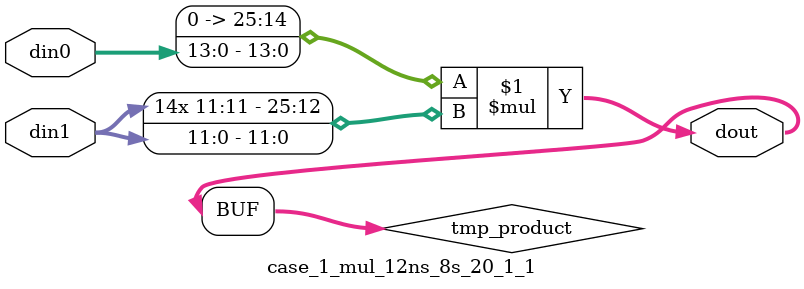
<source format=v>

`timescale 1 ns / 1 ps

 (* use_dsp = "no" *)  module case_1_mul_12ns_8s_20_1_1(din0, din1, dout);
parameter ID = 1;
parameter NUM_STAGE = 0;
parameter din0_WIDTH = 14;
parameter din1_WIDTH = 12;
parameter dout_WIDTH = 26;

input [din0_WIDTH - 1 : 0] din0; 
input [din1_WIDTH - 1 : 0] din1; 
output [dout_WIDTH - 1 : 0] dout;

wire signed [dout_WIDTH - 1 : 0] tmp_product;

























assign tmp_product = $signed({1'b0, din0}) * $signed(din1);










assign dout = tmp_product;





















endmodule

</source>
